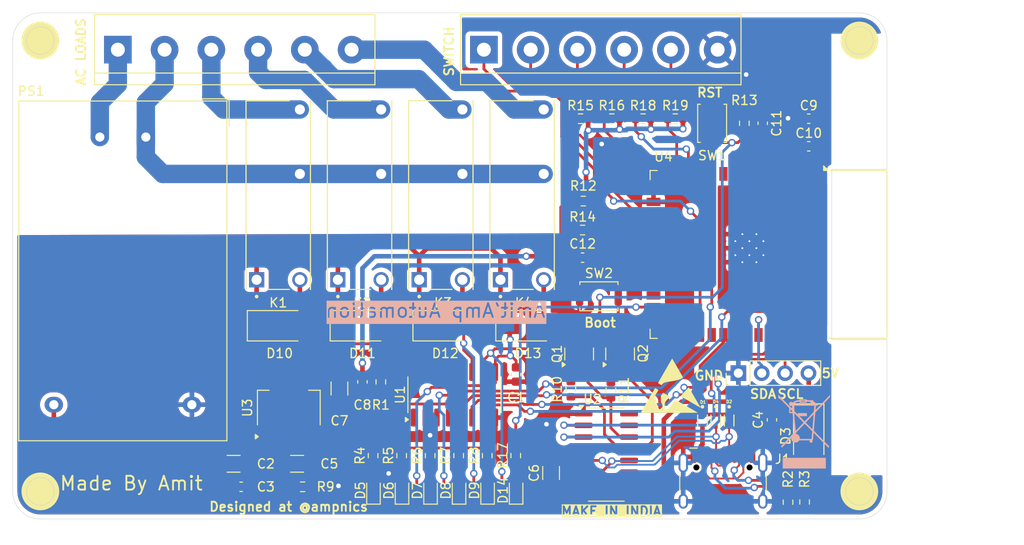
<source format=kicad_pcb>
(kicad_pcb (version 20241229) (generator "pcbnew") (generator_version "9.0")
  (layers (0 "F.Cu" signal) (2 "B.Cu" signal) (13 "F.Paste" user) (15 "B.Paste" user) (5 "F.SilkS" user "F.Silkscreen") (7 "B.SilkS" user "B.Silkscreen") (1 "F.Mask" user) (3 "B.Mask" user) (25 "Edge.Cuts" user))
  (net 0 "")
  (net 1 "GND")
  (net 2 "RELAY_5V")
  (net 3 "+5V")
  (net 4 "Net-(U3-VI)")
  (net 5 "Net-(U2-V3)")
  (net 6 "+3V3")
  (net 7 "ESP_3V3")
  (net 8 "EN")
  (net 9 "IO0")
  (net 10 "VBUS")
  (net 11 "D+")
  (net 12 "D-")
  (net 13 "Net-(D5-A)")
  (net 14 "Net-(D6-A)")
  (net 15 "RELAY_1")
  (net 16 "RELAY_2")
  (net 17 "Net-(D7-A)")
  (net 18 "RELAY_3")
  (net 19 "Net-(D8-A)")
  (net 20 "RELAY_4")
  (net 21 "Net-(D9-A)")
  (net 22 "Net-(D14-A)")
  (net 24 "Net-(J1-CC1)")
  (net 26 "Net-(J1-CC2)")
  (net 27 "Net-(J2-Pin_5)")
  (net 28 "Net-(J2-Pin_4)")
  (net 29 "Net-(J2-Pin_3)")
  (net 30 "N")
  (net 31 "Net-(J2-Pin_6)")
  (net 32 "P")
  (net 33 "SWITCH_1{slash}IO13")
  (net 34 "EXTRA{slash}IO17")
  (net 35 "SWITCH_2{slash}IO12")
  (net 36 "SWITCH_4{slash}IO14")
  (net 37 "SWITCH_3{slash}IO27")
  (net 38 "SCL")
  (net 39 "SDA")
  (net 40 "Net-(Q1-B)")
  (net 41 "RTS")
  (net 42 "DTR")
  (net 43 "Net-(Q2-B)")
  (net 44 "+3.3V")
  (net 45 "LED{slash}IO2")
  (net 46 "SIG_2{slash}IO23")
  (net 48 "SIG_3{slash}IO19")
  (net 51 "SIG_4{slash}IO18")
  (net 52 "SIG_1{slash}IO25")
  (net 57 "RXD")
  (net 64 "TXD")
  (footprint "Resistor_SMD:R_0603_1608Metric" (layer "F.Cu") (at 129.16 132.6125 90)
    (property "Reference" "R4")
    (property "Value" "2K2")
  )
  (footprint "LED_SMD:LED_0603_1608Metric" (layer "F.Cu") (at 141.6 136.4 90)
    (property "Reference" "D9")
    (property "Value" "LED")
  )
  (footprint "HF46F_005-HS1:RELAY_HF46F_005-HS1" (layer "F.Cu") (at 136.516667 104.3 90)
    (property "Reference" "K3")
    (property "Value" "HF46F_005-HS1")
  )
  (footprint "Package_TO_SOT_SMD:SOT-23" (layer "F.Cu") (at 151.55 121.5625 90)
    (property "Reference" "Q1")
    (property "Value" "SS8050")
  )
  (footprint "TerminalBlock:TerminalBlock_bornier-6_P5.08mm" (layer "F.Cu") (at 101.42 88.5)
    (property "Reference" "J2" (hide yes))
    (property "Value" "Screw_Terminal_01x06")
  )
  (footprint "Diode_SMD:D_SMA" (layer "F.Cu") (at 146 118.5)
    (property "Reference" "D13")
    (property "Value" "SS34")
  )
  (footprint "Resistor_SMD:R_0603_1608Metric" (layer "F.Cu") (at 121.5 136)
    (property "Reference" "R9")
    (property "Value" "0E")
  )
  (footprint "Capacitor_SMD:C_0603_1608Metric" (layer "F.Cu") (at 172.5 128.725 -90)
    (property "Reference" "C4")
    (property "Value" "10uF/25V")
  )
  (footprint "Diode_SMD:D_SMA" (layer "F.Cu") (at 137 118.5)
    (property "Reference" "D12")
    (property "Value" "SS34")
  )
  (footprint "LED_SMD:LED_0603_1608Metric" (layer "F.Cu") (at 129.2 136.4 90)
    (property "Reference" "D5")
    (property "Value" "LED")
  )
  (footprint "Capacitor_SMD:C_0603_1608Metric" (layer "F.Cu") (at 176.5 99)
    (property "Reference" "C10")
    (property "Value" "0.1uf")
  )
  (footprint "LED_SMD:LED_0603_1608Metric" (layer "F.Cu") (at 144.7 136.4 90)
    (property "Reference" "D14")
    (property "Value" "LED")
  )
  (footprint "Button_Switch_SMD:SW_Push_SPST_NO_Alps_SKRK" (layer "F.Cu") (at 153.7 115.3)
    (property "Reference" "SW2")
    (property "Value" "SW_Push")
  )
  (footprint "Resistor_SMD:R_0603_1608Metric" (layer "F.Cu") (at 130 124.6 90)
    (property "Reference" "R1")
    (property "Value" "0E")
  )
  (footprint "Capacitor_SMD:C_1206_3216Metric" (layer "F.Cu") (at 120.9 133.5 180)
    (property "Reference" "C5")
    (property "Value" "10uF")
  )
  (footprint "LESD5D5.0CT1G:TVS_LESD5D5.0CT1G" (layer "F.Cu") (at 166.4 128.8 -90)
    (property "Reference" "D4")
    (property "Value" "LESD5D5.0CT1G")
  )
  (footprint "Button_Switch_SMD:SW_Push_SPST_NO_Alps_SKRK" (layer "F.Cu") (at 166 96.5 -90)
    (property "Reference" "SW1")
    (property "Value" "SW_Push")
  )
  (footprint "LED_SMD:LED_0603_1608Metric" (layer "F.Cu") (at 135.4 136.4 90)
    (property "Reference" "D7")
    (property "Value" "LED")
  )
  (footprint "Capacitor_SMD:C_1206_3216Metric" (layer "F.Cu") (at 148.5 134.5 90)
    (property "Reference" "C6")
    (property "Value" "10nf")
  )
  (footprint "Connector_USB:USB_C_Receptacle_HCTL_HC-TYPE-C-16P-01A" (layer "F.Cu") (at 167.18 136.5)
    (property "Reference" "J1")
    (property "Value" "USB_C_Receptacle_USB2.0_16P")
  )
  (footprint "Resistor_SMD:R_0603_1608Metric" (layer "F.Cu") (at 158.5 96)
    (property "Reference" "R18")
    (property "Value" "10K")
  )
  (footprint "LED_SMD:LED_0603_1608Metric" (layer "F.Cu") (at 132.3 136.4 90)
    (property "Reference" "D6")
    (property "Value" "LED")
  )
  (footprint "Resistor_SMD:R_0603_1608Metric" (layer "F.Cu") (at 141.56 132.6125 90)
    (property "Reference" "R8")
    (property "Value" "2K2")
  )
  (footprint "Capacitor_SMD:C_0603_1608Metric" (layer "F.Cu") (at 144.7 123.8 -90)
    (property "Reference" "C1")
    (property "Value" "0.1uF")
  )
  (footprint "Resistor_SMD:R_0603_1608Metric" (layer "F.Cu") (at 176.05 137.65 -90)
    (property "Reference" "R3")
    (property "Value" "5.1K")
  )
  (footprint "Capacitor_SMD:C_1206_3216Metric" (layer "F.Cu") (at 114 133.5)
    (property "Reference" "C2")
    (property "Value" "10uF")
  )
  (footprint "Converter_ACDC:Converter_ACDC_Hi-Link_HLK-PMxx" (layer "F.Cu") (at 104.4625 97.9975 -90)
    (property "Reference" "PS1")
    (property "Value" "HLK-PM01")
  )
  (footprint "Capacitor_SMD:C_0603_1608Metric" (layer "F.Cu") (at 128 124.6 -90)
    (property "Reference" "C8")
    (property "Value" "0.1uF")
  )
  (footprint "LESD5D5.0CT1G:TVS_LESD5D5.0CT1G" (layer "F.Cu") (at 167.85 128.8 -90)
    (property "Reference" "D2")
    (property "Value" "LESD5D5.0CT1G")
  )
  (footprint "LESD5D5.0CT1G:TVS_LESD5D5.0CT1G" (layer "F.Cu") (at 164.95 128.8 -90)
    (property "Reference" "D1")
    (property "Value" "LESD5D5.0CT1G")
  )
  (footprint "Package_SO:SOIC-16_3.9x9.9mm_P1.27mm" (layer "F.Cu") (at 154.5 132.5)
    (property "Reference" "U2")
    (property "Value" "CH340C")
  )
  (footprint "Capacitor_SMD:C_0603_1608Metric" (layer "F.Cu") (at 171.5 96.5 90)
    (property "Reference" "C11")
    (property "Value" "0.1uf")
  )
  (footprint "Symbol:ESD-Logo_6.6x6mm_SilkScreen" (layer "F.Cu") (at 161.5 125)
    (property "Reference" "REF**" (hide yes))
    (property "Value" "ESD-Logo_6.6x6mm_SilkScreen" (hide yes))
  )
  (footprint "Resistor_SMD:R_0603_1608Metric" (layer "F.Cu") (at 152 104.95)
    (property "Reference" "R12")
    (property "Value" "0E")
  )
  (footprint "Resistor_SMD:R_0603_1608Metric" (layer "F.Cu") (at 138.46 132.6125 90)
    (property "Reference" "R7")
    (property "Value" "2K2")
  )
  (footprint "Resistor_SMD:R_0603_1608Metric" (layer "F.Cu") (at 155.1 96)
    (property "Reference" "R16")
    (property "Value" "10K")
  )
  (footprint "Capacitor_SMD:C_0603_1608Metric" (layer "F.Cu") (at 176.5 96)
    (property "Reference" "C9")
    (property "Value" "0.1uf")
  )
  (footprint "Capacitor_SMD:C_1206_3216Metric" (layer "F.Cu") (at 125.5 125.32 -90)
    (property "Reference" "C7")
    (property "Value" "10uF")
  )
  (footprint "Connector_PinHeader_2.54mm:PinHeader_1x04_P2.54mm_Vertical" (layer "F.Cu") (at 168.85 123.65 90)
    (property "Reference" "J4" (hide yes))
    (property "Value" "Conn_01x04_Pin")
  )
  (footprint "Resistor_SMD:R_0603_1608Metric" (layer "F.Cu") (at 135.36 132.6125 90)
    (property "Reference" "R6")
    (property "Value" "2K2")
  )
  (footprint "Resistor_SMD:R_0603_1608Metric" (layer "F.Cu") (at 150.65 125.4 -90)
    (property "Reference" "R10")
    (property "Value" "10k")
  )
  (footprint "Diode_SMD:D_SMA" (layer "F.Cu") (at 119 118.5)
    (property "Reference" "D10")
    (property "Value" "SS34")
  )
  (footprint "Package_TO_SOT_SMD:SOT-23" (layer "F.Cu") (at 156 121.5625 90)
    (property "Reference" "Q2")
    (property "Value" "SS8050")
  )
  (footprint "Capacitor_SMD:C_0603_1608Metric" (layer "F.Cu") (at 114.82 136)
    (property "Reference" "C3")
    (property "Value" "0.1uF")
  )
  (footprint "Resistor_SMD:R_0603_1608Metric" (layer "F.Cu") (at 144.66 132.6125 90)
    (property "Reference" "R17")
    (property "Value" "2K2")
  )
  (footprint "Resistor_SMD:R_0603_1608Metric" (layer "F.Cu") (at 151.7 96)
    (property "Reference" "R15")
    (property "Value" "10K")
  )
  (footprint "HF46F_005-HS1:RELAY_HF46F_005-HS1" (layer "F.Cu") (at 127.683333 104.3 90)
    (property "Reference" "K2")
    (property "Value" "HF46F_005-HS1")
  )
  (footprint "HF46F_005-HS1:RELAY_HF46F_005-HS1" (layer "F.Cu") (at 118.85 104.3 90)
    (property "Reference" "K1")
    (property "Value" "HF46F_005-HS1")
  )
  (footprint "Package_SO:SOIC-16_3.9x9.9mm_P1.27mm" (layer "F.Cu") (at 138 126 90)
    (property "Reference" "U1")
    (property "Value" "ULN2003A")
  )
  (footprint "LED_SMD:LED_0603_1608Metric" (layer "F.Cu") (at 138.5 136.4 90)
    (property "Reference" "D8")
    (property "Value" "LED")
  )
  (footprint "Capacitor_SMD:C_0603_1608Metric" (layer "F.Cu") (at 151.925 111.1 180)
    (property "Reference" "C12")
    (property "Value" "0.1uf")
  )
  (footprint "TerminalBlock:TerminalBlock_bornier-6_P5.08mm" (layer "F.Cu") (at 141.2 88.5)
    (property "Reference" "J3" (hide yes))
    (property "Value" "Screw_Terminal_01x06")
  )
  (footprint "Package_TO_SOT_SMD:SOT-223-3_TabPin2" (layer "F.Cu") (at 120 127.42 90)
    (property "Reference" "U3")
    (property "Value" "AMS1117-3.3")
  )
  (footprint "Resistor_SMD:R_0603_1608Metric" (layer "F.Cu") (at 151.925 108.1)
    (property "Reference" "R14")
    (property "Value" "10k")
  )
  (footprint "Diode_SMD:D_SMA" (layer "F.Cu") (at 176.5 130.5 -90)
    (property "Reference" "D3")
    (property "Value" "SS34")
  )
  (footprint "Resistor_SMD:R_0603_1608Metric" (layer "F.Cu") (at 132.26 132.6125 90)
    (property "Reference" "R5")
    (property "Value" "2K2")
  )
  (footprint "HF46F_005-HS1:RELAY_HF46F_005-HS1" (layer "F.Cu") (at 145.35 104.3 90)
    (property "Reference" "K4")
    (property "Value" "HF46F_005-HS1")
  )
  (footprint "RF_Module:ESP32-WROOM-32" (layer "F.Cu") (at 169.14 110.75 -90)
    (property "Reference" "U4")
    (property "Value" "ESP32-WROOM-32")
  )
  (footprint "Resistor_SMD:R_0603_1608Metric" (layer "F.Cu") (at 169.5 96.5 -90)
    (property "Reference" "R13")
    (property "Value" "10K")
  )
  (footprint "Resistor_SMD:R_0603_1608Metric" (layer "F.Cu") (at 162 96)
    (property "Reference" "R19")
    (property "Value" "10K")
  )
  (footprint "Resistor_SMD:R_0603_1608Metric" (layer "F.Cu") (at 174.25 137.675 -90)
    (property "Reference" "R2")
    (property "Value" "5.1K")
  )
  (footprint "Diode_SMD:D_SMA" (layer "F.Cu") (at 128 118.5)
    (property "Reference" "D11")
    (property "Value" "SS34")
  )
  (footprint "Resistor_SMD:R_0603_1608Metric" (layer "F.Cu") (at 155 125.5 -90)
    (property "Reference" "R11")
    (property "Value" "10k")
  )
  (footprint "Symbol:WEEE-Logo_5.6x8mm_SilkScreen" (layer "B.Cu") (at 176 130 180)
    (property "Reference" "REF**" (hide yes))
    (property "Value" "WEEE-Logo_5.6x8mm_SilkScreen" (hide yes))
  )
  (gr_circle (center 93 136.5) (end 95 136.5) (stroke (width 0.1)) (fill yes) (layer "F.SilkS"))
  (gr_circle (center 182 87.5) (end 184 87.5) (stroke (width 0.1)) (fill yes) (layer "F.SilkS"))
  (gr_circle (center 182 136.5) (end 184 136.5) (stroke (width 0.1)) (fill yes) (layer "F.SilkS"))
  (gr_circle (center 93 87.5) (end 95 87.5) (stroke (width 0.1)) (fill yes) (layer "F.SilkS"))
  (gr_line (start 93 139.5) (end 182 139.5) (stroke (width 0.05)) (layer "Edge.Cuts"))
  (gr_arc (start 185 136.5) (mid 184.12132 138.62132) (end 182 139.5) (stroke (width 0.05)) (layer "Edge.Cuts"))
  (gr_arc (start 182 84.5) (mid 184.12132 85.37868) (end 185 87.5) (stroke (width 0.05)) (layer "Edge.Cuts"))
  (gr_arc (start 90 87.5) (mid 90.87868 85.37868) (end 93 84.5) (stroke (width 0.05)) (layer "Edge.Cuts"))
  (gr_line (start 185 87.5) (end 185 101.5) (stroke (width 0.05)) (layer "Edge.Cuts"))
  (gr_line (start 93 84.5) (end 182 84.5) (stroke (width 0.05)) (layer "Edge.Cuts"))
  (gr_circle (center 93 136.5) (end 94.5 136.5) (stroke (width 0.05)) (fill no) (layer "Edge.Cuts"))
  (gr_arc (start 93 139.5) (mid 90.87868 138.62132) (end 90 136.5) (stroke (width 0.05)) (layer "Edge.Cuts"))
  (gr_circle (center 182 87.5) (end 183.5 87.5) (stroke (width 0.05)) (fill no) (layer "Edge.Cuts"))
  (gr_line (start 185 101.5) (end 179 101.5) (stroke (width 0.05)) (layer "Edge.Cuts"))
  (gr_line (start 185 120) (end 185 136.5) (stroke (width 0.05)) (layer "Edge.Cuts"))
  (gr_circle (center 93 87.5) (end 94.5 87.5) (stroke (width 0.05)) (fill no) (layer "Edge.Cuts"))
  (gr_circle (center 182 136.5) (end 183.5 136.5) (stroke (width 0.05)) (fill no) (layer "Edge.Cuts"))
  (gr_line (start 90 87.5) (end 90 136.5) (stroke (width 0.05)) (layer "Edge.Cuts"))
  (gr_line (start 179 101.5) (end 179 120) (stroke (width 0.05)) (layer "Edge.Cuts"))
  (gr_line (start 179 120) (end 185 120) (stroke (width 0.05)) (layer "Edge.Cuts"))
  (gr_text "AC LOADS" (at 98 92.5 90) (layer "F.SilkS") (effects (font (size 1 1) (thickness 0.2) (bold yes)) (justify left bottom)))
  (gr_text "MAKE IN INDIA" (at 149.5 139.25 0) (layer "F.SilkS" knockout) (effects (font (size 1 1) (thickness 0.2) (bold yes)) (justify left bottom)))
  (gr_text "SDA\n" (at 170 126.5 0) (layer "F.SilkS") (effects (font (size 1 1) (thickness 0.2) (bold yes)) (justify left bottom)))
  (gr_text "SCL" (at 173 126.5 0) (layer "F.SilkS") (effects (font (size 1 1) (thickness 0.2) (bold yes)) (justify left bottom)))
  (gr_text "Designed at @ampnics" (at 111.25 138.75 0) (layer "F.SilkS") (effects (font (size 1 1) (thickness 0.2) (bold yes)) (justify left bottom)))
  (gr_text "RST" (at 164.25 93.75 0) (layer "F.SilkS") (effects (font (size 1 1) (thickness 0.2) (bold yes)) (justify left bottom)))
  (gr_text "GND\n" (at 164 124.5 0) (layer "F.SilkS") (effects (font (size 1 1) (thickness 0.2) (bold yes)) (justify left bottom)))
  (gr_text "5V" (at 177.8 124.25 0) (layer "F.SilkS") (effects (font (size 1 1) (thickness 0.2) (bold yes)) (justify left bottom)))
  (gr_text "Made By Amit" (at 95 136.5 0) (layer "F.SilkS") (effects (font (size 1.5 1.5) (thickness 0.2) (bold yes)) (justify left bottom)))
  (gr_text "SWITCH" (at 138 91.5 90) (layer "F.SilkS") (effects (font (size 1 1) (thickness 0.2) (bold yes)) (justify left bottom)))
  (gr_text "Boot\n" (at 152 118.75 0) (layer "F.SilkS") (effects (font (size 1 1) (thickness 0.2) (bold yes)) (justify left bottom)))
  (gr_text "Amit'Amp Automation \n\n" (at 148 120.15 0) (layer "B.SilkS" knockout) (effects (font (size 1.5 1.5) (thickness 0.2) (bold yes)) (justify left bottom mirror)))
  (via (at 125.4 135.9) (size 0.8) (drill 0.5) (layers "F.Cu" "B.Cu") (net 1))
  (via (at 174.25 95.95) (size 0.8) (drill 0.5) (layers "F.Cu" "B.Cu") (net 1))
  (via (at 130.85 134.55) (size 0.8) (drill 0.5) (layers "F.Cu" "B.Cu") (net 1))
  (via (at 154 98.75) (size 0.8) (drill 0.5) (layers "F.Cu" "B.Cu") (net 1))
  (via (at 169.7 91.2) (size 0.8) (drill 0.5) (layers "F.Cu" "B.Cu") (net 1))
  (via (at 135.35 130.4) (size 0.8) (drill 0.5) (layers "F.Cu" "B.Cu") (net 1))
  (via (at 148 129.2) (size 0.8) (drill 0.5) (layers "F.Cu" "B.Cu") (net 1))
  (segment (start 125.333333 113.5) (end 125.333333 115.733333) (width 0.5) (layer "F.Cu") (net 2))
  (segment (start 144.075 121.75) (end 144.15 121.75) (width 0.3) (layer "F.Cu") (net 2))
  (segment (start 142.8 121.8) (end 142.445 122.155) (width 0.3) (layer "F.Cu") (net 2))
  (segment (start 142 110.1) (end 135 110.1) (width 0.5) (layer "F.Cu") (net 2))
  (segment (start 116.5 113.5) (end 116.5 115.6) (width 0.5) (layer "F.Cu") (net 2))
  (segment (start 116.5 115.6) (end 117 116.1) (width 0.5) (layer "F.Cu") (net 2))
  (segment (start 117 116.1) (end 117 118.5) (width 0.5) (layer "F.Cu") (net 2))
  (segment (start 126.5 109.9) (end 133.133334 109.9) (width 0.5) (layer "F.Cu") (net 2))
  (segment (start 142.445 124.705) (end 142.445 123.525) (width 0.3) (layer "F.Cu") (net 2))
  (segment (start 134.166667 115.666667) (end 135 116.5) (width 0.5) (layer "F.Cu") (net 2))
  (segment (start 126 116.4) (end 126 118.5) (width 0.5) (layer "F.Cu") (net 2))
  (segment (start 137.15 127) (end 139.15 125) (width 0.3) (layer "F.Cu") (net 2))
  (segment (start 139.15 125) (end 142.15 125) (width 0.3) (layer "F.Cu") (net 2))
  (segment (start 125.333333 113.5) (end 125.333333 111.066667) (width 0.5) (layer "F.Cu") (net 2))
  (segment (start 132.26 131.7875) (end 132.26 127.49) (width 0.3) (layer "F.Cu") (net 2))
  (segment (start 132.26 127.49) (end 132.75 127) (width 0.3) (layer "F.Cu") (net 2))
  (segment (start 130 123.775) (end 130.825 123.775) (width 0.5) (layer "F.Cu") (net 2))
  (segment (start 130.825 123.775) (end 131.8 124.75) (width 0.5) (layer "F.Cu") (net 2))
  (segment (start 144.7 122.3) (end 144.7 123.025) (width 0.3) (layer "F.Cu") (net 2))
  (segment (start 135 110.1) (end 134.166667 110.933333) (width 0.5) (layer "F.Cu") (net 2))
  (segment (start 142.445 122.155) (end 142.445 123.525) (width 0.3) (layer "F.Cu") (net 2))
  (segment (start 132.75 127) (end 137.15 127) (width 0.3) (layer "F.Cu") (net 2))
  (segment (start 117.6 109.9) (end 124.166666 109.9) (width 0.5) (layer "F.Cu") (net 2))
  (segment (start 143 115.6) (end 143 113.5) (width 0.5) (layer "F.Cu") (net 2))
  (segment (start 143 113.5) (end 143 111.1) (width 0.5) (layer "F.Cu") (net 2))
  (segment (start 134.166667 113.5) (end 134.166667 115.666667) (width 0.5) (layer "F.Cu") (net 2))
  (segment (start 142.15 125) (end 142.445 124.705) (width 0.3) (layer "F.Cu") (net 2))
  (segment (start 135 116.5) (end 135 118.5) (width 0.5) (layer "F.Cu") (net 2))
  (segment (start 144.025 121.8) (end 142.8 121.8) (width 0.3) (layer "F.Cu") (net 2))
  (segment (start 125.333333 111.066667) (end 126.5 109.9) (width 0.5) (layer "F.Cu") (net 2))
  (segment (start 133.133334 109.9) (end 134.166667 110.933333) (width 0.5) (layer "F.Cu") (net 2))
  (segment (start 116.5 111) (end 117.6 109.9) (width 0.5) (layer "F.Cu") (net 2))
  (segment (start 131.8 124.75) (end 131.8 127.03) (width 0.5) (layer "F.Cu") (net 2))
  (segment (start 143 111.1) (end 142 110.1) (width 0.5) (layer "F.Cu") (net 2))
  (segment (start 144.05 120) (end 144 119.95) (width 0.5) (layer "F.Cu") (net 2))
  (segment (start 124.166666 109.9) (end 125.333333 111.066667) (width 0.5) (layer "F.Cu") (net 2))
  (segment (start 144.15 121.75) (end 144.7 122.3) (width 0.3) (layer "F.Cu") (net 2))
  (segment (start 144 116.6) (end 143 115.6) (width 0.5) (layer "F.Cu") (net 2))
  (segment (start 144 119.95) (end 144 116.6) (width 0.5) (layer "F.Cu") (net 2))
  (segment (start 132.26 131.7875) (end 141.56 131.7875) (width 0.3) (layer "F.Cu") (net 2))
  (segment (start 116.5 113.5) (end 116.5 111) (width 0.5) (layer "F.Cu") (net 2))
  (segment (start 144.075 121.75) (end 144.025 121.8) (width 0.3) (layer "F.Cu") (net 2))
  (segment (start 134.166667 110.933333) (end 134.166667 113.5) (width 0.5) (layer "F.Cu") (net 2))
  (segment (start 125.333333 115.733333) (end 126 116.4) (width 0.5) (layer "F.Cu") (net 2))
  (segment (start 131.8 127.03) (end 132.26 127.49) (width 0.5) (layer "F.Cu") (net 2))
  (via (at 144.075 121.75) (size 0.8) (drill 0.5) (layers "F.Cu" "B.Cu") (net 2))
  (via (at 144.05 120) (size 0.8) (drill 0.5) (layers "F.Cu" "B.Cu") (net 2))
  (segment (start 144.075 121.75) (end 144.075 121.675) (width 0.5) (layer "B.Cu") (net 2))
  (segment (start 144.05 121.65) (end 144.05 120) (width 0.5) (layer "B.Cu") (net 2))
  (segment (start 144.075 121.675) (end 144.05 121.65) (width 0.5) (layer "B.Cu") (net 2))
  (segment (start 128.35 138.55) (end 126.7 136.9) (width 0.5) (layer "F.Cu") (net 3))
  (segment (start 169.05 126.75) (end 162.7 126.75) (width 0.5) (layer "F.Cu") (net 3))
  (segment (start 172.5 127.95) (end 170.25 127.95) (width 0.5) (layer "F.Cu") (net 3))
  (segment (start 175.25 128.5) (end 176.5 128.5) (width 0.5) (layer "F.Cu") (net 3))
  (segment (start 126.7 136.9) (end 125.7 137.9) (width 0.5) (layer "F.Cu") (net 3))
  (segment (start 172.5 127.95) (end 174.7 127.95) (width 0.5) (layer "F.Cu") (net 3))
  (segment (start 94.4625 131.2625) (end 96.7 133.5) (width 0.5) (layer "F.Cu") (net 3))
  (segment (start 129.16 128.24) (end 130 127.4) (width 0.5) (layer "F.Cu") (net 3))
  (segment (start 160.75 128.7) (end 160.75 137.3) (width 0.5) (layer "F.Cu") (net 3))
  (segment (start 162.7 126.75) (end 160.75 128.7) (width 0.5) (layer "F.Cu") (net 3))
  (segment (start 112.525 135.525) (end 113 136) (width 0.5) (layer "F.Cu") (net 3))
  (segment (start 129.16 131.7875) (end 128.0125 131.7875) (width 0.5) (layer "F.Cu") (net 3))
  (segment (start 174.7 127.95) (end 175.25 128.5) (width 0.5) (layer "F.Cu") (net 3))
  (segment (start 130 127.4) (end 130 125.425) (width 0.5) (layer "F.Cu") (net 3))
  (segment (start 125.7 137.9) (end 121.3 137.9) (width 0.5) (layer "F.Cu") (net 3))
  (segment (start 113 136) (end 114.045 136) (width 0.5) (layer "F.Cu") (net 3))
  (segment (start 112.525 133.5) (end 112.525 135.525) (width 0.5) (layer "F.Cu") (net 3))
  (segment (start 129.16 131.7875) (end 129.16 128.24) (width 0.5) (layer "F.Cu") (net 3))
  (segment (start 120.15 137.8) (end 120.675 137.275) (width 0.5) (layer "F.Cu") (net 3))
  (segment (start 114.5 137.8) (end 120.15 137.8) (width 0.5) (layer "F.Cu") (net 3))
  (segment (start 120.675 137.275) (end 120.675 136) (width 0.5) (layer "F.Cu") (net 3))
  (segment (start 176.5 128.5) (end 176.5 123.68) (width 0.5) (layer "F.Cu") (net 3))
  (segment (start 94.4625 127.0775) (end 94.4625 131.2625) (width 0.5) (layer "F.Cu") (net 3))
  (segment (start 128.0125 131.7875) (end 126.7 133.1) (width 0.5) (layer "F.Cu") (net 3))
  (segment (start 96.7 133.5) (end 112.525 133.5) (width 0.5) (layer "F.Cu") (net 3))
  (segment (start 176.5 123.68) (end 176.47 123.65) (width 0.5) (layer "F.Cu") (net 3))
  (segment (start 114.045 137.345) (end 114.5 137.8) (width 0.5) (layer "F.Cu") (net 3))
  (segment (start 121.3 137.9) (end 120.675 137.275) (width 0.5) (layer "F.Cu") (net 3))
  (segment (start 114.045 136) (end 114.045 137.345) (width 0.5) (layer "F.Cu") (net 3))
  (segment (start 126.7 133.1) (end 126.7 136.9) (width 0.5) (layer "F.Cu") (net 3))
  (segment (start 160.75 137.3) (end 159.5 138.55) (width 0.5) (layer "F.Cu") (net 3))
  (segment (start 170.25 127.95) (end 169.05 126.75) (width 0.5) (layer "F.Cu") (net 3))
  (segment (start 159.5 138.55) (end 128.35 138.55) (width 0.5) (layer "F.Cu") (net 3))
  (segment (start 122.3 130.57) (end 122.3 133.425) (width 0.5) (layer "F.Cu") (net 4))
  (segment (start 122.325 133.55) (end 122.375 133.5) (width 0.5) (layer "F.Cu") (net 4))
  (segment (start 122.325 136) (end 122.325 133.55) (width 0.5) (layer "F.Cu") (net 4))
  (segment (start 122.3 133.425) (end 122.375 133.5) (width 0.5) (layer "F.Cu") (net 4))
  (segment (start 148.935 131.865) (end 148.5 132.3) (width 0.5) (layer "F.Cu") (net 5))
  (segment (start 152.025 131.865) (end 148.935 131.865) (width 0.5) (layer "F.Cu") (net 5))
  (segment (start 148.5 132.3) (end 148.5 133.025) (width 0.5) (layer "F.Cu") (net 5))
  (segment (start 122.87 124.27) (end 120 124.27) (width 0.5) (layer "F.Cu") (net 6))
  (segment (start 149.65 109.25) (end 149.65 109.8) (width 0.5) (layer "F.Cu") (net 6))
  (segment (start 123.255 123.845) (end 122.85 124.25) (width 0.5) (layer "F.Cu") (net 6))
  (segment (start 122.85 124.25) (end 122.87 124.27) (width 0.5) (layer "F.Cu") (net 6))
  (segment (start 120 130.57) (end 120 124.27) (width 0.5) (layer "F.Cu") (net 6))
  (segment (start 149.65 105.65) (end 149.65 109.25) (width 0.5) (layer "F.Cu") (net 6))
  (segment (start 149.85 105.45) (end 149.65 105.65) (width 0.5) (layer "F.Cu") (net 6))
  (segment (start 149.65 109.8) (end 148.7 110.75) (width 0.5) (layer "F.Cu") (net 6))
  (segment (start 148.5 110.95) (end 145.8 110.95) (width 0.5) (layer "F.Cu") (net 6))
  (segment (start 127.98 123.845) (end 128 123.825) (width 0.5) (layer "F.Cu") (net 6))
  (segment (start 148.7 110.75) (end 148.5 110.95) (width 0.5) (layer "F.Cu") (net 6))
  (segment (start 150.35 104.95) (end 149.85 105.45) (width 0.5) (layer "F.Cu") (net 6))
  (segment (start 128 123.825) (end 128 122.55) (width 0.5) (layer "F.Cu") (net 6))
  (segment (start 125.5 123.845) (end 123.255 123.845) (width 0.5) (layer "F.Cu") (net 6))
  (segment (start 151.175 104.95) (end 150.35 104.95) (width 0.5) (layer "F.Cu") (net 6))
  (segment (start 125.5 123.845) (end 127.98 123.845) (width 0.5) (layer "F.Cu") (net 6))
  (via (at 128 122.55) (size 0.8) (drill 0.5) (layers "F.Cu" "B.Cu") (net 6))
  (via (at 145.8 110.95) (size 0.8) (drill 0.5) (layers "F.Cu" "B.Cu") (net 6))
  (segment (start 129.3 110.95) (end 145.8 110.95) (width 0.5) (layer "B.Cu") (net 6))
  (segment (start 128 122.55) (end 128 112.25) (width 0.5) (layer "B.Cu") (net 6))
  (segment (start 128 112.25) (end 129.3 110.95) (width 0.5) (layer "B.Cu") (net 6))
  (segment (start 152.3 102.7) (end 152.3 101.8) (width 0.5) (layer "F.Cu") (net 7))
  (segment (start 159.325 97.125) (end 159.35 97.15) (width 0.5) (layer "F.Cu") (net 7))
  (segment (start 152.525 97.225) (end 152.55 97.25) (width 0.5) (layer "F.Cu") (net 7))
  (segment (start 155.925 97.125) (end 155.95 97.15) (width 0.5) (layer "F.Cu") (net 7))
  (segment (start 162.825 96) (end 162.825 97.1) (width 0.5) (layer "F.Cu") (net 7))
  (segment (start 151.1 107.05) (end 152.825 105.325) (width 0.5) (layer "F.Cu") (net 7))
  (segment (start 176.12 100.52) (end 175.725 100.125) (width 0.5) (layer "F.Cu") (net 7))
  (segment (start 168 96) (end 162.825 96) (width 0.5) (layer "F.Cu") (net 7))
  (segment (start 170 93.1) (end 169.5 93.6) (width 0.5) (layer "F.Cu") (net 7))
  (segment (start 169.5 93.6) (end 169.5 95.675) (width 0.5) (layer "F.Cu") (net 7))
  (segment (start 175.725 100.125) (end 175.725 99) (width 0.5) (layer "F.Cu") (net 7))
  (segment (start 175.725 96) (end 175.725 94.275) (width 0.5) (layer "F.Cu") (net 7))
  (segment (start 168.3 95.7) (end 168 96) (width 0.5) (layer "F.Cu") (net 7))
  (segment (start 174.55 93.1) (end 170 93.1) (width 0.5) (layer "F.Cu") (net 7))
  (segment (start 169.5 95.675) (end 169.475 95.7) (width 0.5) (layer "F.Cu") (net 7))
  (segment (start 151.1 108.1) (end 151.1 107.05) (width 0.5) (layer "F.Cu") (net 7))
  (segment (start 152.825 104.95) (end 152.825 103.225) (width 0.5) (layer "F.Cu") (net 7))
  (segment (start 152.5 102.9) (end 152.3 102.7) (width 0.5) (layer "F.Cu") (net 7))
  (segment (start 152.825 105.325) (end 152.825 104.95) (width 0.5) (layer "F.Cu") (net 7))
  (segment (start 175.725 94.275) (end 174.55 93.1) (width 0.5) (layer "F.Cu") (net 7))
  (segment (start 176.12 102) (end 176.12 100.52) (width 0.5) (layer "F.Cu") (net 7))
  (segment (start 152.825 103.225) (end 152.5 102.9) (width 0.5) (layer "F.Cu") (net 7))
  (segment (start 152.525 96) (end 152.525 97.225) (width 0.5) (layer "F.Cu") (net 7))
  (segment (start 175.725 96) (end 175.725 99) (width 0.5) (layer "F.Cu") (net 7))
  (segment (start 169.475 95.7) (end 168.3 95.7) (width 0.5) (layer "F.Cu") (net 7))
  (segment (start 159.35 97.15) (end 159.6 97.15) (width 0.3) (layer "F.Cu") (net 7))
  (segment (start 155.925 96) (end 155.925 97.125) (width 0.5) (layer "F.Cu") (net 7))
  (segment (start 159.325 96) (end 159.325 97.125) (width 0.5) (layer "F.Cu") (net 7))
  (via (at 162.825 97.1) (size 0.8) (drill 0.5) (layers "F.Cu" "B.Cu") (net 7))
  (via (at 152.3 101.8) (size 0.8) (drill 0.5) (layers "F.Cu" "B.Cu") (net 7))
  (via (at 155.95 97.15) (size 0.8) (drill 0.5) (layers "F.Cu" "B.Cu") (net 7))
  (via (at 152.55 97.25) (size 0.8) (drill 0.5) (layers "F.Cu" "B.Cu") (net 7))
  (via (at 159.35 97.15) (size 0.8) (drill 0.5) (layers "F.Cu" "B.Cu") (net 7))
  (segment (start 156.65 97.25) (end 156.801 97.099) (width 0.5) (layer "B.Cu") (net 7))
  (segment (start 155.5 97.25) (end 156.65 97.25) (width 0.5) (layer "B.Cu") (net 7))
  (segment (start 152.55 97.25) (end 155.5 97.25) (width 0.5) (layer "B.Cu") (net 7))
  (segment (start 152.3 101.8) (end 152.3 97.5) (width 0.5) (layer "B.Cu") (net 7))
  (segment (start 158.8 97.099) (end 162.824 97.099) (width 0.5) (layer "B.Cu") (net 7))
  (segment (start 152.3 97.5) (end 152.55 97.25) (width 0.5) (layer "B.Cu") (net 7))
  (segment (start 162.824 97.099) (end 162.825 97.1) (width 0.5) (layer "B.Cu") (net 7))
  (segment (start 159.299 97.099) (end 159.35 97.15) (width 0.5) (layer "B.Cu") (net 7))
  (segment (start 156.801 97.099) (end 158.8 97.099) (width 0.5) (layer "B.Cu") (net 7))
  (segment (start 155.85 97.25) (end 155.95 97.15) (width 0.5) (layer "B.Cu") (net 7))
  (segment (start 155.5 97.25) (end 155.85 97.25) (width 0.5) (layer "B.Cu") (net 7))
  (segment (start 158.8 97.099) (end 159.299 97.099) (width 0.5) (layer "B.Cu") (net 7))
  (segment (start 153.8 117.05) (end 153.8 115.4) (width 0.3) (layer "F.Cu") (net 8))
  (segment (start 169.5 97.9) (end 169.5 97.325) (width 0.3) (layer "F.Cu") (net 8))
  (segment (start 174.85 102) (end 174.85 100.5) (width 0.3) (layer "F.Cu") (net 8))
  (segment (start 172.675 97.325) (end 169.5 97.325) (width 0.3) (layer "F.Cu") (net 8))
  (segment (start 168.15 98.6) (end 168.8 98.6) (width 0.3) (layer "F.Cu") (net 8))
  (segment (start 151.55 120.625) (end 151.55 119.3) (width 0.3) (layer "F.Cu") (net 8))
  (segment (start 151.55 119.3) (end 152.15 118.7) (width 0.3) (layer "F.Cu") (net 8))
  (segment (start 173.7 98.35) (end 172.675 97.325) (width 0.3) (layer "F.Cu") (net 8))
  (segment (start 174.85 100.5) (end 173.7 99.35) (width 0.3) (layer "F.Cu") (net 8))
  (segment (start 152.15 118.7) (end 153.8 117.05) (width 0.3) (layer "F.Cu") (net 8))
  (segment (start 173.7 99.35) (end 173.7 98.35) (width 0.3) (layer "F.Cu") (net 8))
  (segment (start 166 98.6) (end 168.15 98.6) (width 0.3) (layer "F.Cu") (net 8))
  (segment (start 168.8 98.6) (end 169.5 97.9) (width 0.3) (layer "F.Cu") (net 8))
  (via (at 153.8 115.4) (size 0.8) (drill 0.5) (layers "F.Cu" "B.Cu") (net 8))
  (via (at 168.15 98.6) (size 0.8) (drill 0.5) (layers "F.Cu" "B.Cu") (net 8))
  (segment (start 166.05 115.4) (end 153.8 115.4) (width 0.3) (layer "B.Cu") (net 8))
  (segment (start 167.1 114.35) (end 166.05 115.4) (width 0.3) (layer "B.Cu") (net 8))
  (segment (start 167.1 99.65) (end 167.1 114.35) (width 0.3) (layer "B.Cu") (net 8))
  (segment (start 168.15 98.6) (end 167.1 99.65) (width 0.3) (layer "B.Cu") (net 8))
  (segment (start 157.875 120.625) (end 159 119.5) (width 0.3) (layer "F.Cu") (net 9))
  (segment (start 152.75 111.05) (end 152.7 111.1) (width 0.3) (layer "F.Cu") (net 9))
  (segment (start 156 120.625) (end 156 117.6) (width 0.3) (layer "F.Cu") (net 9))
  (segment (start 155.8 117.2) (end 155.8 115.3) (width 0.3) (layer "F.Cu") (net 9))
  (segment (start 152.75 108.1) (end 152.75 111.05) (width 0.3) (layer "F.Cu") (net 9))
  (segment (start 156 120.625) (end 157.875 120.625) (width 0.3) (layer "F.Cu") (net 9))
  (segment (start 159 119.5) (end 160.88 119.5) (width 0.3) (layer "F.Cu") (net 9))
  (segment (start 155.8 111.9) (end 155 111.1) (width 0.3) (layer "F.Cu") (net 9))
  (segment (start 155 111.1) (end 152.7 111.1) (width 0.3) (layer "F.Cu") (net 9))
  (segment (start 155.8 117.4) (end 155.8 117.2) (width 0.3) (layer "F.Cu") (net 9))
  (segment (start 155.8 115.3) (end 155.8 111.9) (width 0.3) (layer "F.Cu") (net 9))
  (segment (start 156 117.6) (end 155.8 117.4) (width 0.3) (layer "F.Cu") (net 9))
  (segment (start 164.78 133.428992) (end 164.966 133.614992) (width 0.2) (layer "F.Cu") (net 10))
  (segment (start 169.394 133.614992) (end 169.58 133.428992) (width 0.2) (layer "F.Cu") (net 10))
  (segment (start 164.966 134.316) (end 165.75 135.1) (width 0.2) (layer "F.Cu") (net 10))
  (segment (start 164.78 132.755) (end 164.78 133.428992) (width 0.2) (layer "F.Cu") (net 10))
  (segment (start 164.95 131.4) (end 164.78 131.57) (width 0.5) (layer "F.Cu") (net 10))
  (segment (start 164.966 133.614992) (end 164.966 134.316) (width 0.2) (layer "F.Cu") (net 10))
  (segment (start 170.1 131.2) (end 169.58 131.72) (width 0.5) (layer "F.Cu") (net 10))
  (segment (start 169.4 134.45) (end 169.394 134.444) (width 0.2) (layer "F.Cu") (net 10))
  (segment (start 174.55 132.5) (end 173.25 131.2) (width 0.5) (layer "F.Cu") (net 10))
  (segment (start 173.25 131.2) (end 170.1 131.2) (width 0.5) (layer "F.Cu") (net 10))
  (segment (start 176.5 132.5) (end 174.55 132.5) (width 0.5) (layer "F.Cu") (net 10))
  (segment (start 165.75 135.1) (end 168.75 135.1) (width 0.2) (layer "F.Cu") (net 10))
  (segment (start 164.78 131.57) (end 164.78 132.755) (width 0.5) (layer "F.Cu") (net 10))
  (segment (start 164.95 129.46) (end 164.95 131.4) (width 0.5) (layer "F.Cu") (net 10))
  (segment (start 169.58 131.72) (end 169.58 132.755) (width 0.5) (layer "F.Cu") (net 10))
  (segment (start 169.394 134.444) (end 169.394 133.614992) (width 0.2) (layer "F.Cu") (net 10))
  (segment (start 169.58 133.428992) (end 169.58 132.755) (width 0.2) (layer "F.Cu") (net 10))
  (segment (start 168.75 135.1) (end 169.4 134.45) (width 0.2) (layer "F.Cu") (net 10))
  (segment (start 152.025 133.135) (end 154.065 133.135) (width 0.3) (layer "F.Cu") (net 11))
  (segment (start 166.93 132.755) (end 166.93 132.07) (width 0.2) (layer "F.Cu") (net 11))
  (segment (start 154.065 133.135) (end 154.1 133.1) (width 0.3) (layer "F.Cu") (net 11))
  (segment (start 167.85 130.55) (end 167.85 129.46) (width 0.2) (layer "F.Cu") (net 11))
  (segment (start 167.662824 131.804) (end 167.93 132.071176) (width 0.2) (layer "F.Cu") (net 11))
  (segment (start 166.93 132.07) (end 167.196 131.804) (width 0.2) (layer "F.Cu") (net 11))
  (segment (start 167.93 132.071176) (end 167.93 132.755) (width 0.2) (layer "F.Cu") (net 11))
  (segment (start 167.662824 131.804) (end 167.85 131.616824) (width 0.2) (layer "F.Cu") (net 11))
  (segment (start 167.196 131.804) (end 167.662824 131.804) (width 0.2) (layer "F.Cu") (net 11))
  (segment (start 167.85 131.616824) (end 167.85 130.55) (width 0.2) (layer "F.Cu") (net 11))
  (via (at 154.065 133.135) (size 0.8) (drill 0.5) (layers "F.Cu" "B.Cu") (net 11))
  (via (at 167.85 130.55) (size 0.8) (drill 0.5) (layers "F.Cu" "B.Cu") (net 11))
  (segment (start 159.931364 133.436834) (end 159.818198 133.55) (width 0.2) (layer "B.Cu") (net 11))
  (segment (start 167.4 131) (end 166.971364 131) (width 0.2) (layer "B.Cu") (net 11))
  (segment (start 159.697902 133.601) (end 155.690364 133.601) (width 0.2) (layer "B.Cu") (net 11))
  (segment (start 161.339112 132.029086) (end 160.879492 132.488705) (width 0.2) (layer "B.Cu") (net 11))
  (segment (start 159.818198 133.55) (end 159.748902 133.55) (width 0.2) (layer "B.Cu") (net 11))
  (segment (start 154.7589 133.901) (end 154.065 133.2071) (width 0.2) (layer "B.Cu") (net 11))
  (segment (start 160.879492 132.488705) (end 160.664875 132.703323) (width 0.2) (layer "B.Cu") (net 11))
  (segment (start 154.065 133.2071) (end 154.065 133.135) (width 0.2) (layer "B.Cu") (net 11))
  (segment (start 155.390364 133.901) (end 154.7589 133.901) (width 0.2) (layer "B.Cu") (net 11))
  (segment (start 155.690364 133.601) (end 155.390364 133.901) (width 0.2) (layer "B.Cu") (net 11))
  (segment (start 167.85 130.55) (end 167.4 131) (width 0.2) (layer "B.Cu") (net 11))
  (segment (start 166.720364 131.251) (end 166.139636 131.251) (width 0.2) (layer "B.Cu") (net 11))
  (segment (start 160.331461 133.036737) (end 159.931364 133.436834) (width 0.2) (layer "B.Cu") (net 11))
  (segment (start 160.664875 132.703323) (end 160.331461 133.036737) (width 0.2) (layer "B.Cu") (net 11))
  (segment (start 162.368198 131) (end 161.339112 132.029086) (width 0.2) (layer "B.Cu") (net 11))
  (segment (start 166.139636 131.251) (end 165.888636 131) (width 0.2) (layer "B.Cu") (net 11))
  (segment (start 165.888636 131) (end 162.368198 131) (width 0.2) (layer "B.Cu") (net 11))
  (segment (start 159.748902 133.55) (end 159.697902 133.601) (width 0.2) (layer "B.Cu") (net 11))
  (segment (start 166.971364 131) (end 166.720364 131.251) (width 0.2) (layer "B.Cu") (net 11))
  (segment (start 166.43 129.49) (end 166.4 129.46) (width 0.2) (layer "F.Cu") (net 12))
  (segment (start 155.1 133.2) (end 155.125 133.225) (width 0.3) (layer "F.Cu") (net 12))
  (segment (start 167.194 133.706) (end 166.697176 133.706) (width 0.2) (layer "F.Cu") (net 12))
  (segment (start 155.125 133.275) (end 153.995 134.405) (width 0.3) (layer "F.Cu") (net 12))
  (segment (start 166.43 132.755) (end 166.43 130.55) (width 0.2) (layer "F.Cu") (net 12))
  (segment (start 155.125 133.225) (end 155.125 133.275) (width 0.3) (layer "F.Cu") (net 12))
  (segment (start 167.43 133.47) (end 167.194 133.706) (width 0.2) (layer "F.Cu") (net 12))
  (segment (start 167.43 132.755) (end 167.43 133.47) (width 0.2) (layer "F.Cu") (net 12))
  (segment (start 166.43 133.438824) (end 166.43 132.755) (width 0.2) (layer "F.Cu") (net 12))
  (segment (start 166.43 130.55) (end 166.43 129.49) (width 0.2) (layer "F.Cu") (net 12))
  (segment (start 153.995 134.405) (end 152.025 134.405) (width 0.3) (layer "F.Cu") (net 12))
  (segment (start 155.125 133.275) (end 154.05 134.35) (width 0.3) (layer "F.Cu") (net 12))
  (segment (start 166.697176 133.706) (end 166.43 133.438824) (width 0.2) (layer "F.Cu") (net 12))
  (via (at 166.43 130.55) (size 0.8) (drill 0.5) (layers "F.Cu" "B.Cu") (net 12))
  (via (at 155.1 133.2) (size 0.8) (drill 0.5) (layers "F.Cu" "B.Cu") (net 12))
  (segment (start 161.414119 131.317683) (end 161.873738 130.858063) (width 0.2) (layer "B.Cu") (net 12))
  (segment (start 160.602813 132.128989) (end 161.414119 131.317683) (width 0.2) (layer "B.Cu") (net 12))
  (segment (start 159.531802 133.2) (end 155.275 133.2) (width 0.2) (layer "B.Cu") (net 12))
  (segment (start 162.080947 130.650855) (end 162.181802 130.55) (width 0.2) (layer "B.Cu") (net 12))
  (segment (start 162.181802 130.55) (end 166.43 130.55) (width 0.2) (layer "B.Cu") (net 12))
  (segment (start 160.258284 132.473518) (end 159.531802 133.2) (width 0.2) (layer "B.Cu") (net 12))
  (segment (start 161.873738 130.858063) (end 162.080947 130.650855) (width 0.2) (layer "B.Cu") (net 12))
  (segment (start 155.275 133.2) (end 155.2 133.275) (width 0.2) (layer "B.Cu") (net 12))
  (segment (start 160.602813 132.128989) (end 160.258284 132.473518) (width 0.2) (layer "B.Cu") (net 12))
  (segment (start 129.2 135.6125) (end 129.2 133.4775) (width 0.3) (layer "F.Cu") (net 13))
  (segment (start 129.2 133.4775) (end 129.16 133.4375) (width 0.3) (layer "F.Cu") (net 13))
  (segment (start 132.3 133.4775) (end 132.26 133.4375) (width 0.3) (layer "F.Cu") (net 14))
  (segment (start 132.3 135.6125) (end 132.3 133.4775) (width 0.3) (layer "F.Cu") (net 14))
  (segment (start 137.365 123.525) (end 137.365 122.365) (width 0.3) (layer "F.Cu") (net 15))
  (segment (start 121 116.7) (end 121 118.5) (width 0.5) (layer "F.Cu") (net 15))
  (segment (start 121.5 120.45) (end 121 119.95) (width 0.3) (layer "F.Cu") (net 15))
  (segment (start 137.365 124.735) (end 136.9 125.2) (width 0.3) (layer "F.Cu") (net 15))
  (segment (start 133.6 136.85) (end 133.9 136.55) (width 0.3) (layer "F.Cu") (net 15))
  (segment (start 137.35 122.05) (end 136.55 121.25) (width 0.3) (layer "F.Cu") (net 15))
  (segment (start 135.5 125.2) (end 135.05 125.65) (width 0.3) (layer "F.Cu") (net 15))
  (segment (start 132.3 137.1875) (end 133.2625 137.1875) (width 0.3) (layer "F.Cu") (net 15))
  (segment (start 121 119.95) (end 121 118.5) (width 0.3) (layer "F.Cu") (net 15))
  (segment (start 133.9 134.8) (end 133.9 134.75) (width 0.3) (layer "F.Cu") (net 15))
  (segment (start 129.45 120.45) (end 121.5 120.45) (width 0.3) (layer "F.Cu") (net 15))
  (segment (start 133.2625 137.1875) (end 133.6 136.85) (width 0.3) (layer "F.Cu") (net 15))
  (segment (start 137.35 122.35) (end 137.35 122.05) (width 0.3) (layer "F.Cu") (net 15))
  (segment (start 130.25 121.25) (end 129.45 120.45) (width 0.3) (layer "F.Cu") (net 15))
  (segment (start 137.365 123.525) (end 137.365 124.735) (width 0.3) (layer "F.Cu") (net 15))
  (segment (start 136.55 121.25) (end 130.25 121.25) (width 0.3) (layer "F.Cu") (net 15))
  (segment (start 133.9 136.55) (end 133.9 134.8) (width 0.3) (layer "F.Cu") (net 15))
  (segment (start 136.9 125.2) (end 135.5 125.2) (width 0.3) (layer "F.Cu") (net 15))
  (segment (start 137.365 122.365) (end 137.35 122.35) (width 0.3) (layer "F.Cu") (net 15))
  (segment (start 121.2 113.5) (end 121.2 116.5) (width 0.5) (layer "F.Cu") (net 15))
  (segment (start 121.2 116.5) (end 121 116.7) (width 0.5) (layer "F.Cu") (net 15))
  (via (at 135.05 125.65) (size 0.8) (drill 0.5) (layers "F.Cu" "B.Cu") (net 15))
  (via (at 133.9 134.8) (size 0.8) (drill 0.5) (layers "F.Cu" "B.Cu") (net 15))
  (segment (start 133.9 126.8) (end 135.05 125.65) (width 0.3) (layer "B.Cu") (net 15))
  (segment (start 133.9 134.8) (end 133.9 126.8) (width 0.3) (layer "B.Cu") (net 15))
  (segment (start 136.7 136.7) (end 136.85 136.55) (width 0.3) (layer "F.Cu") (net 16))
  (segment (start 138.635 123.525) (end 138.635 124.65648) (width 0.3) (layer "F.Cu") (net 16))
  (segment (start 138.54574 124.74574) (end 137.24148 126.05) (width 0.3) (layer "F.Cu") (net 16))
  (segment (start 130.033333 118.466667) (end 130 118.5) (width 0.5) (layer "F.Cu") (net 16))
  (segment (start 138.635 122.135) (end 137.15 120.65) (width 0.3) (layer "F.Cu") (net 16))
  (segment (start 138.635 123.525) (end 138.635 122.135) (width 0.3) (layer "F.Cu") (net 16))
  (segment (start 137.15 120.65) (end 130.55 120.65) (width 0.3) (layer "F.Cu") (net 16))
  (segment (start 130 120.1) (end 130 118.5) (width 0.3) (layer "F.Cu") (net 16))
  (segment (start 136.2125 137.1875) (end 136.7 136.7) (width 0.3) (layer "F.Cu") (net 16))
  (segment (start 136.85 136.55) (end 136.85 134.8) (width 0.3) (layer "F.Cu") (net 16))
  (segment (start 138.635 124.65648) (end 138.54574 124.74574) (width 0.3) (layer "F.Cu") (net 16))
  (segment (start 130.033333 113.5) (end 130.033333 118.466667) (width 0.5) (layer "F.Cu") (net 16))
  (segment (start 135.4 137.1875) (end 136.2125 137.1875) (width 0.3) (layer "F.Cu") (net 16))
  (segment (start 137.24148 126.05) (end 136.35 126.05) (width 0.3) (layer "F.Cu") (net 16))
  (segment (start 130.55 120.65) (end 130 120.1) (width 0.3) (layer "F.Cu") (net 16))
  (via (at 136.35 126.05) (size 0.8) (drill 0.5) (layers "F.Cu" "B.Cu") (net 16))
  (via (at 136.85 134.8) (size 0.8) (drill 0.5) (layers "F.Cu" "B.Cu") (net 16))
  (segment (start 136.85 128.2) (end 136.35 127.7) (width 0.3) (layer "B.Cu") (net 16))
  (segment (start 136.85 134.8) (end 136.85 128.2) (width 0.3) (layer "B.Cu") (net 16))
  (segment (start 136.35 127.7) (end 136.35 126.05) (width 0.3) (layer "B.Cu") (net 16))
  (segment (start 135.4 135.6125) (end 135.4 133.4775) (width 0.3) (layer "F.Cu") (net 17))
  (segment (start 135.4 133.4775) (end 135.36 133.4375) (width 0.3) (layer "F.Cu") (net 17))
  (segment (start 140.1 136.65) (end 139.5625 137.1875) (width 0.3) (layer "F.Cu") (net 18))
  (segment (start 140.1 134.55) (end 140.1 136.65) (width 0.3) (layer "F.Cu") (net 18))
  (segment (start 139.905 123.525) (end 139.905 122.055) (width 0.3) (layer "F.Cu") (net 18))
  (segment (start 139.905 122.055) (end 139 121.15) (width 0.3) (layer "F.Cu") (net 18))
  (segment (start 139 121.15) (end 139 120.4) (width 0.3) (layer "F.Cu") (net 18))
  (segment (start 139 120.4) (end 139 118.5) (width 0.3) (layer "F.Cu") (net 18))
  (segment (start 138.866667 118.366667) (end 139 118.5) (width 0.5) (layer "F.Cu") (net 18))
  (segment (start 139.5625 137.1875) (end 138.5 137.1875) (width 0.3) (layer "F.Cu") (net 18))
  (segment (start 138.866667 113.5) (end 138.866667 118.366667) (width 0.5) (layer "F.Cu") (net 18))
  (via (at 140.1 134.55) (size 0.8) (drill 0.5) (layers "F.Cu" "B.Cu") (net 18))
  (via (at 139 120.4) (size 0.8) (drill 0.5) (layers "F.Cu" "B.Cu") (net 18))
  (segment (start 139 120.85) (end 139 120.4) (width 0.3) (layer "B.Cu") (net 18))
  (segment (start 140.1 134.55) (end 140.1 121.95) (width 0.3) (layer "B.Cu") (net 18))
  (segment (start 140.1 121.95) (end 139 120.85) (width 0.3) (layer "B.Cu") (net 18))
  (segment (start 138.5 135.6125) (end 138.5 133.4775) (width 0.3) (layer "F.Cu") (net 19))
  (segment (start 138.5 133.4775) (end 138.46 133.4375) (width 0.3) (layer "F.Cu") (net 19))
  (segment (start 142.4 121) (end 146.9 121) (width 0.3) (layer "F.Cu") (net 20))
  (segment (start 143.15 134.35) (end 143.15 136.5) (width 0.3) (layer "F.Cu") (net 20))
  (segment (start 143.15 136.5) (end 142.4625 137.1875) (width 0.3) (layer "F.Cu") (net 20))
  (segment (start 141.175 123.525) (end 141.175 122.225) (width 0.3) (layer "F.Cu") (net 20))
  (segment (start 147.7 118.2) (end 148 118.5) (width 0.5) (layer "F.Cu") (net 20))
  (segment (start 142.4625 137.1875) (end 141.6 137.1875) (width 0.3) (layer "F.Cu") (net 20))
  (segment (start 141.925 121.475) (end 142.4 121) (width 0.3) (layer "F.Cu") (net 20))
  (segment (start 141.175 122.225) (end 141.925 121.475) (width 0.3) (layer "F.Cu") (net 20))
  (segment (start 146.9 121) (end 148 119.9) (width 0.3) (layer "F.Cu") (net 20))
  (segment (start 147.7 113.5) (end 147.7 118.2) (width 0.5) (layer "F.Cu") (net 20))
  (segment (start 148 119.9) (end 148 118.5) (width 0.3) (layer "F.Cu") (net 20))
  (via (at 143.15 134.35) (size 0.8) (drill 0.5) (layers "F.Cu" "B.Cu") (net 20))
  (via (at 141.925 121.475) (size 0.8) (drill 0.5) (layers "F.Cu" "B.Cu") (net 20))
  (segment (start 143.15 122.7) (end 141.925 121.475) (width 0.3) (layer "B.Cu") (net 20))
  (segment (start 143.15 134.35) (end 143.15 122.7) (width 0.3) (layer "B.Cu") (net 20))
  (segment (start 141.6 135.6125) (end 141.6 133.4775) (width 0.3) (layer "F.Cu") (net 21))
  (segment (start 141.6 133.4775) (end 141.56 133.4375) (width 0.3) (layer "F.Cu") (net 21))
  (segment (start 144.7 133.4775) (end 144.66 133.4375) (width 0.3) (layer "F.Cu") (net 22))
  (segment (start 144.7 135.6125) (end 144.7 133.4775) (width 0.3) (layer "F.Cu") (net 22))
  (segment (start 170.706836 135.95) (end 173.35 135.95) (width 0.3) (layer "F.Cu") (net 24))
  (segment (start 173.35 135.95) (end 174.25 136.85) (width 0.3) (layer "F.Cu") (net 24))
  (segment (start 165.93 132.755) (end 165.93 133.93) (width 0.2) (layer "F.Cu") (net 24))
  (segment (start 165.93 133.93) (end 166.3 134.3) (width 0.2) (layer "F.Cu") (net 24))
  (segment (start 170.581266 136.07557) (end 170.42443 136.07557) (width 0.3) (layer "F.Cu") (net 24))
  (segment (start 170.581266 136.07557) (end 170.706836 135.95) (width 0.3) (layer "F.Cu") (net 24))
  (via (at 170.581266 136.07557) (size 0.8) (drill 0.5) (layers "F.Cu" "B.Cu") (net 24))
  (via (at 166.3 134.3) (size 0.8) (drill 0.5) (layers "F.Cu" "B.Cu") (net 24))
  (segment (start 170.581266 136.07557) (end 170.506836 136.15) (width 0.3) (layer "B.Cu") (net 24))
  (segment (start 167.425 136.15) (end 166.3 135.025) (width 0.3) (layer "B.Cu") (net 24))
  (segment (start 170.506836 136.15) (end 167.425 136.15) (width 0.3) (layer "B.Cu") (net 24))
  (segment (start 166.3 135.025) (end 166.3 134.3) (width 0.3) (layer "B.Cu") (net 24))
  (segment (start 174.4 135.3) (end 175.925 136.825) (width 0.3) (layer "F.Cu") (net 26))
  (segment (start 168.93 133.67) (end 168.4 134.2) (width 0.2) (layer "F.Cu") (net 26))
  (segment (start 175.925 136.825) (end 176.05 136.825) (width 0.3) (layer "F.Cu") (net 26))
  (segment (start 169.95 135.3) (end 174.4 135.3) (width 0.3) (layer "F.Cu") (net 26))
  (segment (start 168.93 132.755) (end 168.93 133.67) (width 0.2) (layer "F.Cu") (net 26))
  (via (at 168.4 134.2) (size 0.8) (drill 0.5) (layers "F.Cu" "B.Cu") (net 26))
  (via (at 169.95 135.3) (size 0.8) (drill 0.5) (layers "F.Cu" "B.Cu") (net 26))
  (segment (start 168.8 135.3) (end 168.35 134.85) (width 0.3) (layer "B.Cu") (net 26))
  (segment (start 168.35 134.25) (end 168.4 134.2) (width 0.3) (layer "B.Cu") (net 26))
  (segment (start 169.95 135.3) (end 168.8 135.3) (width 0.3) (layer "B.Cu") (net 26))
  (segment (start 168.35 134.85) (end 168.35 134.25) (width 0.3) (layer "B.Cu") (net 26))
  (segment (start 122.24 89) (end 122.1 89) (width 2) (layer "B.Cu") (net 27))
  (segment (start 124.94 91.7) (end 123.8 90.56) (width 2) (layer "B.Cu") (net 27))
  (segment (start 137.4 95) (end 134.1 91.7) (width 2) (layer "B.Cu") (net 27))
  (segment (start 121.74 88.64) (end 121.74 88.5) (width 2) (layer "B.Cu") (net 27))
  (segment (start 123.8 90.56) (end 123.8 90.5) (width 2) (layer "B.Cu") (net 27))
  (segment (start 134.1 91.7) (end 124.94 91.7) (width 2) (layer "B.Cu") (net 27))
  (segment (start 123.74 90.5) (end 122.24 89) (width 2) (layer "B.Cu") (net 27))
  (segment (start 122.1 89) (end 121.74 88.64) (width 2) (layer "B.Cu") (net 27))
  (segment (start 138.866667 95) (end 137.4 95) (width 2) (layer "B.Cu") (net 27))
  (segment (start 124.9 95) (end 130.033333 95) (width 2) (layer "B.Cu") (net 28))
  (segment (start 121.686342 91.786342) (end 124.9 95) (width 2) (layer "B.Cu") (net 28))
  (segment (start 117.486342 91.786342) (end 121.686342 91.786342) (width 2) (layer "B.Cu") (net 28))
  (segment (start 116.66 90.96) (end 117.486342 91.786342) (width 2) (layer "B.Cu") (net 28))
  (segment (start 116.66 88.5) (end 116.66 90.96) (width 2) (layer "B.Cu") (net 28))
  (segment (start 112.9 95) (end 121.2 95) (width 2) (layer "B.Cu") (net 29))
  (segment (start 111.58 93.68) (end 112.9 95) (width 2) (layer "B.Cu") (net 29))
  (segment (start 111.58 88.5) (end 111.58 93.68) (width 2) (layer "B.Cu") (net 29))
  (segment (start 99.4625 94.2375) (end 99.4625 97.9975) (width 2) (layer "B.Cu") (net 30))
  (segment (start 101.42 92.28) (end 99.4625 94.2375) (width 2) (layer "B.Cu") (net 30))
  (segment (start 101.42 88.5) (end 101.42 92.28) (width 2) (layer "B.Cu") (net 30))
  (segment (start 134.7 88.5) (end 126.82 88.5) (width 2) (layer "B.Cu") (net 31))
  (segment (start 141.5 92) (end 138.2 92) (width 2) (layer "B.Cu") (net 31))
  (segment (start 147.7 95) (end 144.5 95) (width 2) (layer "B.Cu") (net 31))
  (segment (start 138.2 92) (end 134.7 88.5) (width 2) (layer "B.Cu") (net 31))
  (segment (start 144.5 95) (end 141.5 92) (width 2) (layer "B.Cu") (net 31))
  (segment (start 106.3 102) (end 121.2 102) (width 2) (layer "B.Cu") (net 32))
  (segment (start 104.4625 94.2375) (end 104.4625 97.9975) (width 2) (layer "B.Cu") (net 32))
  (segment (start 104.4625 100.1625) (end 106.3 102) (width 2) (layer "B.Cu") (net 32))
  (segment (start 106.5 88.5) (end 106.5 92.2) (width 2) (layer "B.Cu") (net 32))
  (segment (start 106.5 92.2) (end 104.4625 94.2375) (width 2) (layer "B.Cu") (net 32))
  (segment (start 147.7 102) (end 121.2 102) (width 2) (layer "B.Cu") (net 32))
  (segment (start 104.4625 97.9975) (end 104.4625 100.1625) (width 2) (layer "B.Cu") (net 32))
  (segment (start 153.75 101) (end 153.75 102.3) (width 0.3) (layer "F.Cu") (net 33))
  (segment (start 157.76 106.31) (end 159.63 106.31) (width 0.3) (layer "F.Cu") (net 33))
  (segment (start 150.875 96) (end 150.875 98.125) (width 0.3) (layer "F.Cu") (net 33))
  (segment (start 150.875 94.225) (end 148.95 92.3) (width 0.3) (layer "F.Cu") (net 33))
  (segment (start 150.875 98.125) (end 153.75 101) (width 0.3) (layer "F.Cu") (net 33))
  (segment (start 153.75 102.3) (end 157.76 106.31) (width 0.3) (layer "F.Cu") (net 33))
  (segment (start 148.95 92.3) (end 146.85 92.3) (width 0.3) (layer "F.Cu") (net 33))
  (segment (start 146.85 92.3) (end 146.28 91.73) (width 0.3) (layer "F.Cu") (net 33))
  (segment (start 150.875 96) (end 150.875 94.225) (width 0.3) (layer "F.Cu") (net 33))
  (segment (start 146.28 91.73) (end 146.28 88.5) (width 0.3) (layer "F.Cu") (net 33))
  (segment (start 153.2 102.7) (end 155.25 104.75) (width 0.3) (layer "F.Cu") (net 34))
  (segment (start 141.2 90.6) (end 142.45 91.85) (width 0.3) (layer "F.Cu") (net 34))
  (segment (start 164.69 119.5) (end 164.69 107.09) (width 0.3) (layer "F.Cu") (net 34))
  (segment (start 155.3 104.8) (end 155.3 104.95) (width 0.3) (layer "F.Cu") (net 34))
  (segment (start 164.69 107.09) (end 163.65 106.05) (width 0.3) (layer "F.Cu") (net 34))
  (segment (start 149.65 97.95) (end 151.8 100.1) (width 0.3) (layer "F.Cu") (net 34))
  (segment (start 141.2 88.5) (end 141.2 90.6) (width 0.3) (layer "F.Cu") (net 34))
  (segment (start 147 93) (end 148.55 93) (width 0.3) (layer "F.Cu") (net 34))
  (segment (start 153.2 101.5) (end 153.2 102.45) (width 0.3) (layer "F.Cu") (net 34))
  (segment (start 155.3 104.95) (end 155.3 105.2) (width 0.3) (layer "F.Cu") (net 34))
  (segment (start 142.45 91.85) (end 143.6 93) (width 0.3) (layer "F.Cu") (net 34))
  (segment (start 148.55 93) (end 149.65 94.1) (width 0.3) (layer "F.Cu") (net 34))
  (segment (start 151.8 100.1) (end 153.2 101.5) (width 0.3) (layer "F.Cu") (net 34))
  (segment (start 153.2 102.45) (end 153.2 102.7) (width 0.3) (layer "F.Cu") (net 34))
  (segment (start 143.6 93) (end 147 93) (width 0.3) (layer "F.Cu") (net 34))
  (segment (start 155.25 104.75) (end 155.3 104.8) (width 0.3) (layer "F.Cu") (net 34))
  (segment (start 149.65 94.1) (end 149.65 97.95) (width 0.3) (layer "F.Cu") (net 34))
  (via (at 155.3 104.95) (size 0.8) (drill 0.5) (layers "F.Cu" "B.Cu") (net 34))
  (via (at 163.65 106.05) (size 0.8) (drill 0.5) (layers "F.Cu" "B.Cu") (net 34))
  (segment (start 162.55 104.95) (end 155.3 104.95) (width 0.3) (layer "B.Cu") (net 34))
  (segment (start 163.65 106.05) (end 162.55 104.95) (width 0.3) (layer "B.Cu") (net 34))
  (segment (start 154.275 96) (end 154.275 97.225) (width 0.3) (layer "F.Cu") (net 35))
  (segment (start 154.275 97.225) (end 159.05 102) (width 0.3) (layer "F.Cu") (net 35))
  (segment (start 154.275 94.275) (end 154.275 96) (width 0.3) (layer "F.Cu") (net 35))
  (segment (start 151.36 88.5) (end 151.36 91.36) (width 0.3) (layer "F.Cu") (net 35))
  (segment (start 151.36 91.36) (end 154.275 94.275) (width 0.3) (layer "F.Cu") (net 35))
  (segment (start 159.05 102) (end 160.88 102) (width 0.3) (layer "F.Cu") (net 35))
  (segment (start 161.175 94.025) (end 161.52 93.68) (width 0.3) (layer "F.Cu") (net 36))
  (segment (start 161.175 96) (end 161.175 94.025) (width 0.3) (layer "F.Cu") (net 36))
  (segment (start 162.15 98.05) (end 161.175 97.075) (width 0.3) (layer "F.Cu") (net 36))
  (segment (start 161.175 97.075) (end 161.175 96) (width 0.3) (layer "F.Cu") (net 36))
  (segment (start 162.15 102) (end 162.15 98.05) (width 0.3) (layer "F.Cu") (net 36))
  (segment (start 161.52 93.68) (end 161.52 88.5) (width 0.3) (layer "F.Cu") (net 36))
  (segment (start 163.42 102) (end 163.42 99.52) (width 0.3) (layer "F.Cu") (net 37))
  (segment (start 157.675 92.975) (end 157.675 96) (width 0.3) (layer "F.Cu") (net 37))
  (segment (start 156.44 91.74) (end 157.675 92.975) (width 0.3) (layer "F.Cu") (net 37))
  (segment (start 157.675 96) (end 157.675 97.325) (width 0.3) (layer "F.Cu") (net 37))
  (segment (start 156.44 88.5) (end 156.44 91.74) (width 0.3) (layer "F.Cu") (net 37))
  (segment (start 163.42 99.52) (end 163.2 99.3) (width 0.3) (layer "F.Cu") (net 37))
  (segment (start 157.675 97.325) (end 158.3 97.95) (width 0.3) (layer "F.Cu") (net 37))
  (via (at 158.3 97.95) (size 0.8) (drill 0.5) (layers "F.Cu" "B.Cu") (net 37))
  (via (at 163.2 99.3) (size 0.8) (drill 0.5) (layers "F.Cu" "B.Cu") (net 37))
  (segment (start 159.65 99.3) (end 158.3 97.95) (width 0.3) (layer "B.Cu") (net 37))
  (segment (start 163.2 99.3) (end 159.65 99.3) (width 0.3) (layer "B.Cu") (net 37))
  (segment (start 173.93 121.92) (end 173.93 123.65) (width 0.3) (layer "F.Cu") (net 38))
  (segment (start 174.85 119.5) (end 174.85 121) (width 0.3) (layer "F.Cu") (net 38))
  (segment (start 174.85 121) (end 173.93 121.92) (width 0.3) (layer "F.Cu") (net 38))
  (segment (start 171.04 119.5) (end 171.04 117.86) (width 0.3) (layer "F.Cu") (net 39))
  (segment (start 171.04 117.86) (end 171.05 117.85) (width 0.3) (layer "F.Cu") (net 39))
  (via (at 171.05 117.85) (size 0.8) (drill 0.5) (layers "F.Cu" "B.Cu") (net 39))
  (segment (start 171.05 117.85) (end 171.05 122.45) (width 0.3) (layer "B.Cu") (net 39))
  (segment (start 171.39 122.79) (end 171.39 123.65) (width 0.3) (layer "B.Cu") (net 39))
  (segment (start 171.05 122.45) (end 171.39 122.79) (width 0.3) (layer "B.Cu") (net 39))
  (segment (start 150.65 122.55) (end 150.6 122.5) (width 0.3) (layer "F.Cu") (net 40))
  (segment (start 150.65 124.575) (end 150.65 122.55) (width 0.3) (layer "F.Cu") (net 40))
  (segment (start 154.175 126.325) (end 155 126.325) (width 0.3) (layer "F.Cu") (net 41))
  (segment (start 155 126.325) (end 155 129.6) (width 0.3) (layer "F.Cu") (net 41))
  (segment (start 152.5 124.65) (end 154.175 126.325) (width 0.3) (layer "F.Cu") (net 41))
  (segment (start 155.995 130.595) (end 156.975 130.595) (width 0.3) (layer "F.Cu") (net 41))
  (segment (start 152.5 122.5) (end 152.5 124.65) (width 0.3) (layer "F.Cu") (net 41))
  (segment (start 155 129.6) (end 155.995 130.595) (width 0.3) (layer "F.Cu") (net 41))
  (segment (start 154.3 127.65) (end 154.3 130.3) (width 0.3) (layer "F.Cu") (net 42))
  (segment (start 150.65 126.225) (end 152.9 126.225) (width 0.3) (layer "F.Cu") (net 42))
  (segment (start 156.95 124.15) (end 159.5 126.7) (width 0.3) (layer "F.Cu") (net 42))
  (segment (start 155.865 131.865) (end 156.975 131.865) (width 0.3) (layer "F.Cu") (net 42))
  (segment (start 152.9 126.225) (end 153 126.325) (width 0.3) (layer "F.Cu") (net 42))
  (segment (start 159.5 131.05) (end 158.685 131.865) (width 0.3) (layer "F.Cu") (net 42))
  (segment (start 153 126.325) (end 153 126.35) (width 0.3) (layer "F.Cu") (net 42))
  (segment (start 158.685 131.865) (end 156.975 131.865) (width 0.3) (layer "F.Cu") (net 42))
  (segment (start 153 126.35) (end 154.3 127.65) (width 0.3) (layer "F.Cu") (net 42))
  (segment (start 156.95 122.5) (end 156.95 124.15) (width 0.3) (layer "F.Cu") (net 42))
  (segment (start 154.3 130.3) (end 155.865 131.865) (width 0.3) (layer "F.Cu") (net 42))
  (segment (start 159.5 126.7) (end 159.5 131.05) (width 0.3) (layer "F.Cu") (net 42))
  (segment (start 155 124.675) (end 155 122.55) (width 0.3) (layer "F.Cu") (net 43))
  (segment (start 155 122.55) (end 155.05 122.5) (width 0.3) (layer "F.Cu") (net 43))
  (segment (start 157.7 116.45) (end 157.72 116.47) (width 0.3) (layer "F.Cu") (net 45))
  (segment (start 144.66 131.7875) (end 144.66 128.8) (width 0.3) (layer "F.Cu") (net 45))
  (segment (start 159.63 116.47) (end 157.72 116.47) (width 0.3) (layer "F.Cu") (net 45))
  (via (at 144.66 128.8) (size 0.8) (drill 0.5) (layers "F.Cu" "B.Cu") (net 45))
  (via (at 157.72 116.47) (size 0.8) (drill 0.5) (layers "F.Cu" "B.Cu") (net 45))
  (segment (start 157.72 116.47) (end 146.13 116.47) (width 0.3) (layer "B.Cu") (net 45))
  (segment (start 145.15 128.31) (end 144.66 128.8) (width 0.3) (layer "B.Cu") (net 45))
  (segment (start 145.15 117.45) (end 145.15 128.31) (width 0.3) (layer "B.Cu") (net 45))
  (segment (start 146.13 116.47) (end 145.15 117.45) (width 0.3) (layer "B.Cu") (net 45))
  (segment (start 176.12 117.82) (end 175.6 117.3) (width 0.3) (layer "F.Cu") (net 46))
  (segment (start 167.05 117.55) (end 167 117.6) (width 0.3) (layer "F.Cu") (net 46))
  (segment (start 148.008521 126) (end 147.90952 126.099) (width 0.3) (layer "F.Cu") (net 46))
  (segment (start 175.6 117.3) (end 175.25 116.95) (width 0.3) (layer "F.Cu") (net 46))
  (segment (start 147.90952 126.099) (end 140.001 126.099) (width 0.3) (layer "F.Cu") (net 46))
  (segment (start 176.12 119.5) (end 176.12 117.82) (width 0.3) (layer "F.Cu") (net 46))
  (segment (start 138.635 127.465) (end 138.635 128.475) (width 0.3) (layer "F.Cu") (net 46))
  (segment (start 140.001 126.099) (end 138.635 127.465) (width 0.3) (layer "F.Cu") (net 46))
  (segment (start 175.25 116.95) (end 170 116.95) (width 0.3) (layer "F.Cu") (net 46))
  (segment (start 167.65 116.95) (end 167.05 117.55) (width 0.3) (layer "F.Cu") (net 46))
  (segment (start 170 116.95) (end 167.65 116.95) (width 0.3) (layer "F.Cu") (net 46))
  (via (at 148.008521 126) (size 0.8) (drill 0.5) (layers "F.Cu" "B.Cu") (net 46))
  (via (at 167.05 117.55) (size 0.8) (drill 0.5) (layers "F.Cu" "B.Cu") (net 46))
  (segment (start 160.85 126) (end 167.05 119.8) (width 0.3) (layer "B.Cu") (net 46))
  (segment (start 148.008521 126) (end 160.85 126) (width 0.3) (layer "B.Cu") (net 46))
  (segment (start 167.05 119.8) (end 167.05 117.55) (width 0.3) (layer "B.Cu") (net 46))
  (segment (start 168.5 120.3) (end 167.85 120.95) (width 0.3) (layer "F.Cu") (net 48))
  (segment (start 139.905 128.475) (end 139.905 127.295) (width 0.3) (layer "F.Cu") (net 48))
  (segment (start 145.55852 127.05) (end 145.937925 127.05) (width 0.3) (layer "F.Cu") (net 48))
  (segment (start 167.35 120.95) (end 165.25 123.05) (width 0.3) (layer "F.Cu") (net 48))
  (segment (start 165.25 125.45) (end 164.7 126) (width 0.3) (layer "F.Cu") (net 48))
  (segment (start 140.6 126.6) (end 145.108521 126.6) (width 0.3) (layer "F.Cu") (net 48))
  (segment (start 146.562075 127.05) (end 147.5 127.05) (width 0.3) (layer "F.Cu") (net 48))
  (segment (start 167.85 120.95) (end 167.35 120.95) (width 0.3) (layer "F.Cu") (net 48))
  (segment (start 145.938925 127.049) (end 146.561075 127.049) (width 0.3) (layer "F.Cu") (net 48))
  (segment (start 145.108521 126.6) (end 145.55852 127.05) (width 0.3) (layer "F.Cu") (net 48))
  (segment (start 145.937925 127.05) (end 145.938925 127.049) (width 0.3) (layer "F.Cu") (net 48))
  (segment (start 164.7 126) (end 162.1 126) (width 0.3) (layer "F.Cu") (net 48))
  (segment (start 168.5 119.5) (end 168.5 120.3) (width 0.3) (layer "F.Cu") (net 48))
  (segment (start 139.905 127.295) (end 140.6 126.6) (width 0.3) (layer "F.Cu") (net 48))
  (segment (start 165.25 123.05) (end 165.25 125.45) (width 0.3) (layer "F.Cu") (net 48))
  (segment (start 146.561075 127.049) (end 146.562075 127.05) (width 0.3) (layer "F.Cu") (net 48))
  (via (at 162.1 126) (size 0.8) (drill 0.5) (layers "F.Cu" "B.Cu") (net 48))
  (via (at 147.5 127.05) (size 0.8) (drill 0.5) (layers "F.Cu" "B.Cu") (net 48))
  (segment (start 161.05 127.05) (end 162.1 126) (width 0.3) (layer "B.Cu") (net 48))
  (segment (start 147.5 127.05) (end 161.05 127.05) (width 0.3) (layer "B.Cu") (net 48))
  (segment (start 167.23 119.5) (end 167.23 120.32) (width 0.3) (layer "F.Cu") (net 51))
  (segment (start 141.175 128.475) (end 141.175 127.325) (width 0.3) (layer "F.Cu") (net 51))
  (segment (start 145.6 127.8) (end 146.25 127.8) (width 0.3) (layer "F.Cu") (net 51))
  (segment (start 141.399 127.101) (end 144.901 127.101) (width 0.3) (layer "F.Cu") (net 51))
  (segment (start 144.901 127.101) (end 145.6 127.8) (width 0.3) (layer "F.Cu") (net 51))
  (segment (start 141.175 127.325) (end 141.399 127.101) (width 0.3) (layer "F.Cu") (net 51))
  (segment (start 167.23 120.32) (end 164.7 122.85) (width 0.3) (layer "F.Cu") (net 51))
  (segment (start 164.7 124.95) (end 164.449 125.201) (width 0.3) (layer "F.Cu") (net 51))
  (segment (start 164.449 125.201) (end 162.949 125.201) (width 0.3) (layer "F.Cu") (net 51))
  (segment (start 164.7 122.85) (end 164.7 124.95) (width 0.3) (layer "F.Cu") (net 51))
  (via (at 146.25 127.8) (size 0.8) (drill 0.5) (layers "F.Cu" "B.Cu") (net 51))
  (via (at 162.949 125.201) (size 0.8) (drill 0.5) (layers "F.Cu" "B.Cu") (net 51))
  (segment (start 146.25 127.8) (end 161.75 127.8) (width 0.3) (layer "B.Cu") (net 51))
  (segment (start 162.95 126.6) (end 162.95 125.202) (width 0.3) (layer "B.Cu") (net 51))
  (segment (start 162.95 125.202) (end 162.949 125.201) (width 0.3) (layer "B.Cu") (net 51))
  (segment (start 161.75 127.8) (end 162.95 126.6) (width 0.3) (layer "B.Cu") (net 51))
  (segment (start 165.96 102) (end 165.96 116.29) (width 0.3) (layer "F.Cu") (net 52))
  (segment (start 147.925 124.825) (end 148.1 124.65) (width 0.3) (layer "F.Cu") (net 52))
  (segment (start 139.402 125.598) (end 147.152 125.598) (width 0.3) (layer "F.Cu") (net 52))
  (segment (start 147.152 125.598) (end 147.925 124.825) (width 0.3) (layer "F.Cu") (net 52))
  (segment (start 165.96 116.29) (end 165.8 116.45) (width 0.3) (layer "F.Cu") (net 52))
  (segment (start 137.365 128.475) (end 137.365 127.635) (width 0.3) (layer "F.Cu") (net 52))
  (segment (start 137.365 127.635) (end 139.402 125.598) (width 0.3) (layer "F.Cu") (net 52))
  (via (at 147.925 124.825) (size 0.8) (drill 0.5) (layers "F.Cu" "B.Cu") (net 52))
  (via (at 165.8 116.45) (size 0.8) (drill 0.5) (layers "F.Cu" "B.Cu") (net 52))
  (segment (start 148.85 125.25) (end 160.5 125.25) (width 0.3) (layer "B.Cu") (net 52))
  (segment (start 160.5 125.25) (end 165.8 119.95) (width 0.3) (layer "B.Cu") (net 52))
  (segment (start 165.8 119.95) (end 165.8 116.45) (width 0.3) (layer "B.Cu") (net 52))
  (segment (start 147.925 124.825) (end 148.425 124.825) (width 0.3) (layer "B.Cu") (net 52))
  (segment (start 148.425 124.825) (end 148.85 125.25) (width 0.3) (layer "B.Cu") (net 52))
  (segment (start 172.31 120.84) (end 171.55 121.6) (width 0.3) (layer "F.Cu") (net 57))
  (segment (start 165.9 125.8) (end 165.95 125.85) (width 0.3) (layer "F.Cu") (net 57))
  (segment (start 152.025 129.325) (end 149.925 129.325) (width 0.3) (layer "F.Cu") (net 57))
  (segment (start 171.55 121.6) (end 167.54148 121.6) (width 0.3) (layer "F.Cu") (net 57))
  (segment (start 165.9 123.241479) (end 165.9 125.8) (width 0.3) (layer "F.Cu") (net 57))
  (segment (start 167.54148 121.6) (end 165.9 123.241479) (width 0.3) (layer "F.Cu") (net 57))
  (segment (start 149.925 129.325) (end 149.9 129.3) (width 0.3) (layer "F.Cu") (net 57))
  (segment (start 172.31 119.5) (end 172.31 120.84) (width 0.3) (layer "F.Cu") (net 57))
  (via (at 165.95 125.85) (size 0.8) (drill 0.5) (layers "F.Cu" "B.Cu") (net 57))
  (via (at 149.9 129.3) (size 0.8) (drill 0.5) (layers "F.Cu" "B.Cu") (net 57))
  (segment (start 166.2 126.1) (end 165.95 125.85) (width 0.3) (layer "B.Cu") (net 57))
  (segment (start 149.9 129.3) (end 165.35 129.3) (width 0.3) (layer "B.Cu") (net 57))
  (segment (start 165.35 129.3) (end 166.1 128.55) (width 0.3) (layer "B.Cu") (net 57))
  (segment (start 166.2 128.45) (end 166.2 126.1) (width 0.3) (layer "B.Cu") (net 57))
  (segment (start 166.1 128.55) (end 166.2 128.45) (width 0.3) (layer "B.Cu") (net 57))
  (segment (start 173.58 121.17) (end 173.58 119.5) (width 0.3) (layer "F.Cu") (net 64))
  (segment (start 166.65 124.8) (end 166.4 124.55) (width 0.3) (layer "F.Cu") (net 64))
  (segment (start 166.4 123.45) (end 167.7 122.15) (width 0.3) (layer "F.Cu") (net 64))
  (segment (start 166.4 124.55) (end 166.4 123.45) (width 0.3) (layer "F.Cu") (net 64))
  (segment (start 150.105 130.595) (end 152.025 130.595) (width 0.3) (layer "F.Cu") (net 64))
  (segment (start 172.6 122.15) (end 173.58 121.17) (width 0.3) (layer "F.Cu") (net 64))
  (segment (start 150.1 130.6) (end 150.105 130.595) (width 0.3) (layer "F.Cu") (net 64))
  (segment (start 167.7 122.15) (end 172.6 122.15) (width 0.3) (layer "F.Cu") (net 64))
  (via (at 149.9 130.6) (size 0.8) (drill 0.5) (layers "F.Cu" "B.Cu") (net 64))
  (via (at 166.65 124.8) (size 0.8) (drill 0.5) (layers "F.Cu" "B.Cu") (net 64))
  (segment (start 161.95 129.95) (end 161.3 130.6) (width 0.3) (layer "B.Cu") (net 64))
  (segment (start 166.65 125.45) (end 166.8 125.6) (width 0.3) (layer "B.Cu") (net 64))
  (segment (start 161.3 130.6) (end 149.9 130.6) (width 0.3) (layer "B.Cu") (net 64))
  (segment (start 166.8 125.6) (end 166.8 128.8) (width 0.3) (layer "B.Cu") (net 64))
  (segment (start 165.65 129.95) (end 161.95 129.95) (width 0.3) (layer "B.Cu") (net 64))
  (segment (start 166.65 124.8) (end 166.65 125.45) (width 0.3) (layer "B.Cu") (net 64))
  (segment (start 166.8 128.8) (end 165.65 129.95) (width 0.3) (layer "B.Cu") (net 64))
  (zone (net 1) (net_name "GND") (layer "F.Cu") (priority 1) (connect_pads (clearance 0.5)) (min_thickness 0.25) (fill yes (thermal_gap 0.5) (thermal_bridge_width 0.5))
    (polygon (pts (xy 165.4 120.75) (xy 158.25 120.75) (xy 157.8 121.2) (xy 157.8 124.5) (xy 159.65 126.3) (xy 159.85 126.5) (xy 159.85 128.05) (xy 161.6 126.35) (xy 161.6 125.6) (xy 162.4 125.6) (xy 162.4 124.75) (xy 164.3 124.75) (xy 164.45 124.5) (xy 164.45 122.65) (xy 166.5 120.7)))
  )
  (zone (net 1) (net_name "GND") (layer "F.Cu") (priority 2) (connect_pads (clearance 0.5)) (min_thickness 0.25) (fill yes (thermal_gap 0.5) (thermal_bridge_width 0.5))
    (polygon (pts (xy 153.65 104.4) (xy 153.7 110.65) (xy 155.15 110.65) (xy 156.25 111.8) (xy 156.25 113.35) (xy 156.45 113.35) (xy 156.45 115.75) (xy 158.4 115.75) (xy 158.4 107.4)))
  )
  (zone (net 1) (net_name "GND") (layers "F.Cu" "B.Cu") (connect_pads (clearance 0.5)) (min_thickness 0.25) (fill yes (thermal_gap 0.5) (thermal_bridge_width 0.5))
    (polygon (pts (xy 149.55 108.4) (xy 149.5 93.75) (xy 145 93.75) (xy 142 90.75) (xy 138.85 90.75) (xy 138.8 83.1) (xy 185.85 83.2) (xy 185.8 140.95) (xy 89.15 140.9) (xy 89.1 108.65) (xy 149.55 108.45)))
  )
  (zone (net 1) (net_name "GND") (layer "B.Cu") (priority 3) (connect_pads (clearance 0.5)) (min_thickness 0.25) (fill yes (thermal_gap 0.5) (thermal_bridge_width 0.5))
    (polygon (pts (xy 146.7 116.95) (xy 145.65 118.05) (xy 145.65 127) (xy 146.9 127) (xy 146.9 126.45) (xy 147.45 126.45) (xy 147.45 124.35) (xy 148.4 124.35) (xy 149 125) (xy 160.35 125) (xy 165.6 119.8) (xy 165.6 116.9) (xy 165.35 116.7) (xy 165.35 116.25) (xy 165.6 116) (xy 165.6 115.65) (xy 158.25 115.65) (xy 158.25 116.9) (xy 147 116.85) (xy 146.8 116.85)))
  )
)
</source>
